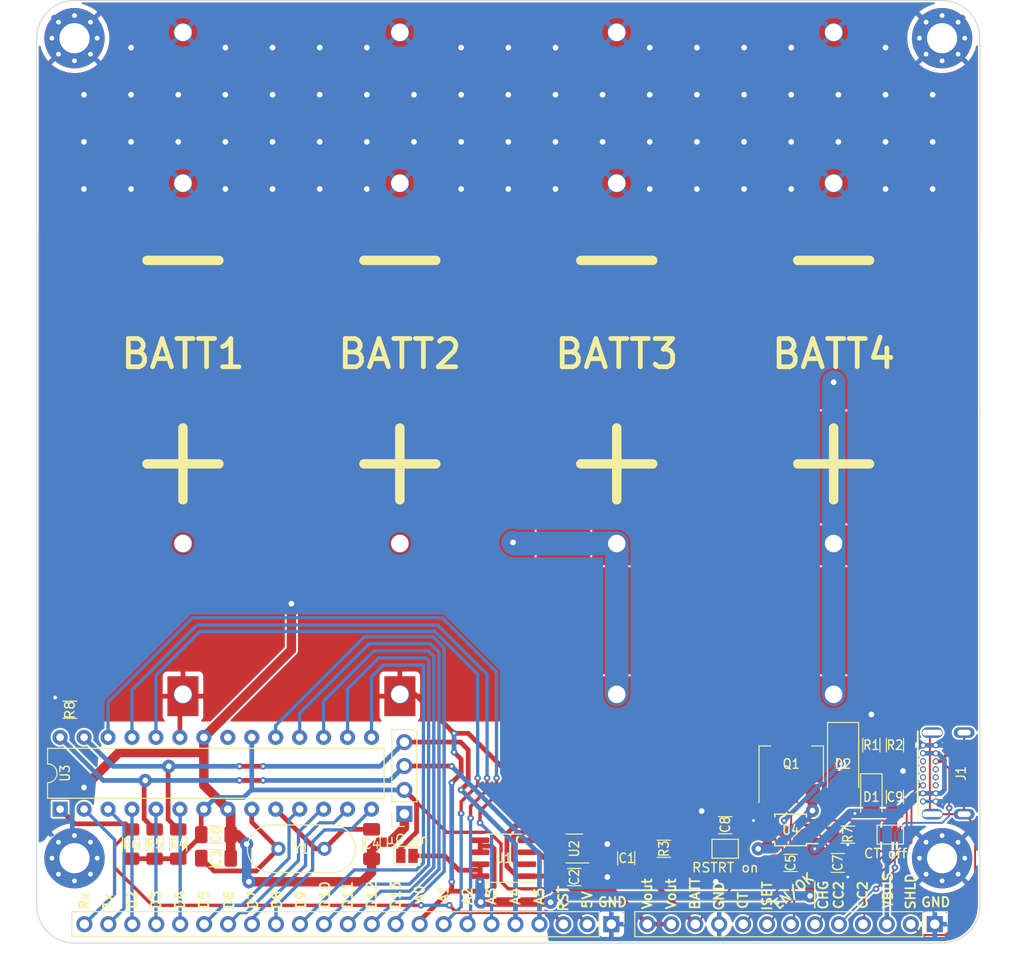
<source format=kicad_pcb>
(kicad_pcb (version 20210722) (generator pcbnew)
  (layers (0 "F.Cu" signal) (31 "B.Cu" signal) (34 "B.Paste" user) (35 "F.Paste" user) (36 "B.SilkS" user "B.Silkscreen") (37 "F.SilkS" user "F.Silkscreen") (38 "B.Mask" user) (39 "F.Mask" user) (44 "Edge.Cuts" user))
  (net 0 "")
  (net 1 "GND")
  (net 2 "~RESET")
  (net 3 "ATmega VCC")
  (net 4 "VDD")
  (net 5 "SDA")
  (net 6 "VBUS")
  (net 7 "SCL")
  (net 8 "Net-(D2-Pad2)")
  (net 15 "Net-(R3-Pad1)")
  (net 16 "CC2")
  (net 17 "CC1")
  (net 18 "ISET")
  (net 19 "A0")
  (net 20 "Net-(U1-Pad4)")
  (net 21 "Net-(C5-Pad2)")
  (net 22 "Net-(Q1-Pad3)")
  (net 23 "D9")
  (net 24 "D0{slash}RX")
  (net 25 "D10{slash}SS")
  (net 26 "D1{slash}TX")
  (net 27 "D11{slash}MOSI")
  (net 28 "D2")
  (net 29 "D12{slash}MISO")
  (net 30 "D3")
  (net 31 "D13{slash}SCK")
  (net 32 "D4")
  (net 34 "Net-(C3-Pad1)")
  (net 35 "Net-(C4-Pad1)")
  (net 36 "A1")
  (net 37 "D5")
  (net 38 "A2")
  (net 39 "D6")
  (net 40 "A3")
  (net 41 "D7")
  (net 42 "D8")
  (net 43 "EN{slash}OK")
  (net 44 "CT")
  (net 45 "Net-(JP3-Pad1)")
  (net 46 "SHIELD")
  (net 47 "~CHG")
  (footprint "Resistor_SMD:R_1206_3216Metric_Pad1.30x1.75mm_HandSolder" (layer "F.Cu") (at 166.5 140)
    (fp_text reference "R3")
    (fp_text value "470k")
  )
  (footprint "Resistor_SMD:R_1206_3216Metric_Pad1.30x1.75mm_HandSolder" (layer "F.Cu") (at 191 129 90)
    (fp_text reference "R2")
    (fp_text value "5.1k")
  )
  (footprint "Package_DIP:DIP-28_W7.62mm" (layer "F.Cu") (at 102.475 135.8 90)
    (fp_text reference "U3")
    (fp_text value "ATmega328-P")
  )
  (footprint "Jumper:SolderJumper-2_P1.3mm_Open_Pad1.0x1.5mm" (layer "F.Cu") (at 139.25 140.75)
    (fp_text reference "JP1" hide)
    (fp_text value "µC on")
  )
  (footprint "Jumper:SolderJumper-2_P1.3mm_Open_Pad1.0x1.5mm" (layer "F.Cu") (at 190.5 138.5 180)
    (fp_text reference "JP2" hide)
    (fp_text value "CT off")
  )
  (footprint "Capacitor_SMD:C_1206_3216Metric_Pad1.33x1.80mm_HandSolder" (layer "F.Cu") (at 157 143 180)
    (fp_text reference "C2")
    (fp_text value "0.1uF")
  )
  (footprint "Package_TO_SOT_SMD:SOT-223-3_TabPin2" (layer "F.Cu") (at 180 131 90)
    (fp_text reference "Q1")
    (fp_text value "NDT452AP-D")
  )
  (footprint "Li-Ion_18650_charger:Keystone_254_holder" (layer "F.Cu") (at 161.5 88.5 180)
    (fp_text reference "BATT3")
    (fp_text value "Li-Ion Cell")
  )
  (footprint "MountingHole:MountingHole_3.2mm_M3_Pad_Via" (layer "F.Cu") (at 196 54)
    (fp_text reference "H3" hide)
    (fp_text value "MountingHole_Pad")
  )
  (footprint "MountingHole:MountingHole_3.2mm_M3_Pad_Via" (layer "F.Cu") (at 104 54)
    (fp_text reference "H1" hide)
    (fp_text value "MountingHole_Pad")
  )
  (footprint "Connector_PinHeader_2.54mm:PinHeader_1x23_P2.54mm_Vertical" (layer "F.Cu") (at 160.925 148 -90)
    (fp_text reference "J4" hide)
    (fp_text value "ATmega header")
  )
  (footprint "Package_TO_SOT_SMD:TSOT-23-6_HandSoldering" (layer "F.Cu") (at 157 140 180)
    (fp_text reference "U2")
    (fp_text value "LTC4412")
  )
  (footprint "Capacitor_SMD:C_1206_3216Metric_Pad1.33x1.80mm_HandSolder" (layer "F.Cu") (at 135.5 139.5 -90)
    (fp_text reference "C4")
    (fp_text value "22pF")
  )
  (footprint "Li-Ion_18650_charger:Keystone_254_holder" (layer "F.Cu") (at 115.5 88.5 180)
    (fp_text reference "BATT1")
    (fp_text value "Li-Ion Cell")
  )
  (footprint "Capacitor_SMD:C_1206_3216Metric_Pad1.33x1.80mm_HandSolder" (layer "F.Cu") (at 119 138.5)
    (fp_text reference "C6")
    (fp_text value "10uF/16V")
  )
  (footprint "Diode_SMD:D_SMA_Handsoldering" (layer "F.Cu") (at 185.5 131 -90)
    (fp_text reference "D2")
    (fp_text value "BYS10 1.5A")
  )
  (footprint "Resistor_SMD:R_1206_3216Metric_Pad1.30x1.75mm_HandSolder" (layer "F.Cu") (at 188.5 129 90)
    (fp_text reference "R1")
    (fp_text value "5.1k")
  )
  (footprint "Resistor_SMD:R_1206_3216Metric_Pad1.30x1.75mm_HandSolder" (layer "F.Cu") (at 110 139.5 -90)
    (fp_text reference "R6")
    (fp_text value "5.1k")
  )
  (footprint "Li-Ion_18650_charger:GCT_USB4085-GF-A" (layer "F.Cu") (at 198 132 90)
    (fp_text reference "J1")
    (fp_text value "USB_C_Receptacle_USB2.0")
  )
  (footprint "Capacitor_SMD:C_1206_3216Metric_Pad1.33x1.80mm_HandSolder" (layer "F.Cu") (at 162.5 141 -90)
    (fp_text reference "C1")
    (fp_text value "0.1uF")
  )
  (footprint "Connector_PinSocket_2.54mm:PinSocket_1x04_P2.54mm_Vertical" (layer "F.Cu") (at 138.975 136.3 180)
    (fp_text reference "J2" hide)
    (fp_text value "OLED")
  )
  (footprint "Capacitor_SMD:C_1206_3216Metric_Pad1.33x1.80mm_HandSolder" (layer "F.Cu") (at 191 134.5 -90)
    (fp_text reference "C9")
    (fp_text value "xxxF")
  )
  (footprint "Resistor_SMD:R_1206_3216Metric_Pad1.30x1.75mm_HandSolder" (layer "F.Cu") (at 112.5 139.5 -90)
    (fp_text reference "R5")
    (fp_text value "5.1k")
  )
  (footprint "Li-Ion_18650_charger:MSOP-10_3x3mm_P0.5mm" (layer "F.Cu") (at 179.9375 138 180)
    (fp_text reference "U4")
    (fp_text value "MAX1898")
  )
  (footprint "Resistor_SMD:R_1206_3216Metric_Pad1.30x1.75mm_HandSolder" (layer "F.Cu") (at 103.5 125.25)
    (fp_text reference "R8")
    (fp_text value "5M")
  )
  (footprint "Capacitor_SMD:C_1206_3216Metric_Pad1.33x1.80mm_HandSolder" (layer "F.Cu") (at 173 137.5 180)
    (fp_text reference "C8")
    (fp_text value "10uF/16V")
  )
  (footprint "Li-Ion_18650_charger:Keystone_254_holder" (layer "F.Cu") (at 184.5 88.5 180)
    (fp_text reference "BATT4")
    (fp_text value "Li-Ion Cell")
  )
  (footprint "Capacitor_SMD:C_1206_3216Metric_Pad1.33x1.80mm_HandSolder" (layer "F.Cu") (at 119 141)
    (fp_text reference "C3")
    (fp_text value "22pF")
  )
  (footprint "Li-Ion_18650_charger:Keystone_254_holder" (layer "F.Cu") (at 138.5 88.5 180)
    (fp_text reference "BATT2")
    (fp_text value "Li-Ion Cell")
  )
  (footprint "Package_SO:SOIC-8_3.9x4.9mm_P1.27mm" (layer "F.Cu") (at 149.5 141 180)
    (fp_text reference "U1")
    (fp_text value "Si9933CDY-dual P chan FET")
  )
  (footprint "MountingHole:MountingHole_3.2mm_M3_Pad_Via" (layer "F.Cu") (at 104 141)
    (fp_text reference "H4" hide)
    (fp_text value "MountingHole_Pad")
  )
  (footprint "Connector_PinHeader_2.54mm:PinHeader_1x13_P2.54mm_Vertical" (layer "F.Cu") (at 195.225 148 -90)
    (fp_text reference "J3" hide)
    (fp_text value "Conn_01x13")
  )
  (footprint "LED_SMD:LED_1206_3216Metric_Pad1.42x1.75mm_HandSolder" (layer "F.Cu") (at 188.5 134.5 -90)
    (fp_text reference "D1")
    (fp_text value "LED")
  )
  (footprint "Jumper:SolderJumper-2_P1.3mm_Open_Pad1.0x1.5mm" (layer "F.Cu") (at 173 140)
    (fp_text reference "JP3" hide)
    (fp_text value "RSTRT on")
  )
  (footprint "Resistor_SMD:R_1206_3216Metric_Pad1.30x1.75mm_HandSolder" (layer "F.Cu") (at 115 139.5 -90)
    (fp_text reference "R4")
    (fp_text value "5.1k")
  )
  (footprint "Resistor_SMD:R_1206_3216Metric_Pad1.30x1.75mm_HandSolder" (layer "F.Cu") (at 186 138.5 180)
    (fp_text reference "R7")
    (fp_text value "1.4k")
  )
  (footprint "Capacitor_SMD:C_1206_3216Metric_Pad1.33x1.80mm_HandSolder" (layer "F.Cu") (at 184.9375 141.5)
    (fp_text reference "C7")
    (fp_text value "1uF")
  )
  (footprint "Capacitor_SMD:C_1206_3216Metric_Pad1.33x1.80mm_HandSolder" (layer "F.Cu") (at 179.9375 141.5 180)
    (fp_text reference "C5")
    (fp_text value "0.1uF")
  )
  (footprint "Crystal:Crystal_HC49-4H_Vertical" (layer "F.Cu") (at 130.5 140 180)
    (fp_text reference "Y1")
    (fp_text value "16MHz")
  )
  (footprint "MountingHole:MountingHole_3.2mm_M3_Pad_Via" (layer "F.Cu") (at 196 141)
    (fp_text reference "H2" hide)
    (fp_text value "MountingHole_Pad")
  )
  (gr_line (start 182.5 143.5) (end 182.5 146.25) (layer "F.SilkS") (width 0.15))
  (gr_line (start 196 50) (end 104 50) (layer "Edge.Cuts") (width 0.1))
  (gr_arc (start 104 146) (end 104 150) (angle 90) (layer "Edge.Cuts") (width 0.1))
  (gr_line (start 100 54) (end 100 146) (layer "Edge.Cuts") (width 0.1))
  (gr_arc (start 104 54) (end 100 54) (angle 90) (layer "Edge.Cuts") (width 0.1))
  (gr_line (start 104 150) (end 196 150) (layer "Edge.Cuts") (width 0.1))
  (gr_line (start 200 146) (end 200 54) (layer "Edge.Cuts") (width 0.1))
  (gr_arc (start 196 54) (end 196 50) (angle 90) (layer "Edge.Cuts") (width 0.1))
  (gr_arc (start 196 146) (end 200 146) (angle 90) (layer "Edge.Cuts") (width 0.1))
  (gr_text "Rx" (at 105.029 145.542 90) (layer "F.SilkS") (effects (font (size 1 1) (thickness 0.2))))
  (gr_text "D12" (at 135.509 144.907 90) (layer "F.SilkS") (effects (font (size 1 1) (thickness 0.2))))
  (gr_text "D4" (at 115.189 145.415 90) (layer "F.SilkS") (effects (font (size 1 1) (thickness 0.2))))
  (gr_text "GND" (at 172.339 145 90) (layer "F.SilkS") (effects (font (size 1 1) (thickness 0.2))))
  (gr_text "A3" (at 148.209 145.034 90) (layer "F.SilkS") (effects (font (size 1 1) (thickness 0.2))))
  (gr_text "Vout" (at 167.259 144.78 90) (layer "F.SilkS") (effects (font (size 1 1) (thickness 0.2))))
  (gr_text "A5" (at 153.289 145.034 90) (layer "F.SilkS") (effects (font (size 1 1) (thickness 0.2))))
  (gr_text "A1" (at 143.129 144.78 90) (layer "F.SilkS") (effects (font (size 1 1) (thickness 0.2))))
  (gr_text "BATT" (at 169.799 144.75 90) (layer "F.SilkS") (effects (font (size 1 1) (thickness 0.2))))
  (gr_text "CHG" (at 183.388 144.907 90) (layer "F.SilkS") (effects (font (size 1 1) (thickness 0.2))))
  (gr_text "D11" (at 132.969 144.907 90) (layer "F.SilkS") (effects (font (size 1 1) (thickness 0.2))))
  (gr_text "CC2" (at 185.039 144.907 90) (layer "F.SilkS") (effects (font (size 1 1) (thickness 0.2))))
  (gr_text "D10" (at 130.556 144.907 90) (layer "F.SilkS") (effects (font (size 1 1) (thickness 0.2))))
  (gr_text "D2" (at 110.109 145.415 90) (layer "F.SilkS") (effects (font (size 1 1) (thickness 0.2))))
  (gr_text "CT" (at 174.879 145.5 90) (layer "F.SilkS") (effects (font (size 1 1) (thickness 0.2))))
  (gr_text "Tx" (at 107.569 145.5 90) (layer "F.SilkS") (effects (font (size 1 1) (thickness 0.2))))
  (gr_text "EN/OK" (at 180.25 144.5 40) (layer "F.SilkS") (effects (font (size 1 1) (thickness 0.2))))
  (gr_text "A0" (at 140.589 144.78 90) (layer "F.SilkS") (effects (font (size 1 1) (thickness 0.2))))
  (gr_text "D9" (at 128.016 145.415 90) (layer "F.SilkS") (effects (font (size 1 1) (thickness 0.2))))
  (gr_text "ISET" (at 177.4444 145 90) (layer "F.SilkS") (effects (font (size 1 1) (thickness 0.2))))
  (gr_text "D6" (at 120.396 145.415 90) (layer "F.SilkS") (effects (font (size 1 1) (thickness 0.2))))
  (gr_text "D7" (at 122.936 145.415 90) (layer "F.SilkS") (effects (font (size 1 1) (thickness 0.2))))
  (gr_text "Vout" (at 164.719 144.78 90) (layer "F.SilkS") (effects (font (size 1 1) (thickness 0.2))))
  (gr_text "5V" (at 158.369 145.415 90) (layer "F.SilkS") (effects (font (size 1 1) (thickness 0.2))))
  (gr_text "D13" (at 138.049 144.907 90) (layer "F.SilkS") (effects (font (size 1 1) (thickness 0.2))))
  (gr_text "A4" (at 150.749 145.034 90) (layer "F.SilkS") (effects (font (size 1 1) (thickness 0.2))))
  (gr_text "GND" (at 195.326 145.669) (layer "F.SilkS") (effects (font (size 1 1) (thickness 0.2))))
  (gr_text "D5" (at 117.729 145.415 90) (layer "F.SilkS") (effects (font (size 1 1) (thickness 0.2))))
  (gr_text "CC2" (at 187.579 144.907 90) (layer "F.SilkS") (effects (font (size 1 1) (thickness 0.2))))
  (gr_text "VBUS" (at 190.246 144.399 90) (layer "F.SilkS") (effects (font (size 1 1) (thickness 0.2))))
  (gr_text "A2" (at 145.669 145.034 90) (layer "F.SilkS") (effects (font (size 1 1) (thickness 0.2))))
  (gr_text "GND" (at 161.036 145.669) (layer "F.SilkS") (effects (font (size 1 1) (thickness 0.2))))
  (gr_text "D8" (at 125.476 145.415 90) (layer "F.SilkS") (effects (font (size 1 1) (thickness 0.2))))
  (gr_text "D3" (at 112.649 145.415 90) (layer "F.SilkS") (effects (font (size 1 1) (thickness 0.2))))
  (gr_text "RST" (at 155.829 145.288 90) (layer "F.SilkS") (effects (font (size 1 1) (thickness 0.2))))
  (gr_text "SHLD" (at 192.659 144.526 90) (layer "F.SilkS") (effects (font (size 1 1) (thickness 0.2))))
  (segment (start 171.4375 137.5) (end 171.4375 136.9375) (width 1) (layer "F.Cu") (net 1))
  (segment (start 117.715 129.785) (end 117.715 128.18) (width 1) (layer "F.Cu") (net 1))
  (segment (start 135.5 140.04952) (end 135.5 141.0625) (width 1) (layer "F.Cu") (net 1))
  (segment (start 160.5 139.5) (end 162.4375 139.5) (width 0.5) (layer "F.Cu") (net 1))
  (segment (start 138.975 137.775) (end 137.45048 139.29952) (width 1) (layer "F.Cu") (net 1))
  (segment (start 191 130.55) (end 191 130.8995) (width 0.5) (layer "F.Cu") (net 1))
  (segment (start 117.715 133.26) (end 117.715 129.785) (width 1) (layer "F.Cu") (net 1))
  (segment (start 188.5 126.25) (end 188.5 125.75) (width 0.5) (layer "F.Cu") (net 1))
  (segment (start 160.05 139.05) (end 160.5 139.5) (width 0.35) (layer "F.Cu") (net 1))
  (segment (start 108.715 129.785) (end 117.715 129.785) (width 1) (layer "F.Cu") (net 1))
  (segment (start 191 132.9375) (end 191 132.6005) (width 0.5) (layer "F.Cu") (net 1))
  (segment (start 158.71 139.05) (end 160.05 139.05) (width 0.35) (layer "F.Cu") (net 1))
  (segment (start 158.71 140) (end 160 140) (width 0.5) (layer "F.Cu") (net 1))
  (segment (start 177.7375 137.5) (end 176.5 137.5) (width 0.2) (layer "F.Cu") (net 1))
  (segment (start 191 132.6005) (end 191.8505 131.75) (width 0.5) (layer "F.Cu") (net 1))
  (segment (start 173.65 140) (end 173.65 141.85) (width 1) (layer "F.Cu") (net 1))
  (segment (start 127 114) (end 127 118.895) (width 1) (layer "F.Cu") (net 1))
  (segment (start 176.5 137.5) (end 176 137) (width 0.2) (layer "F.Cu") (net 1))
  (segment (start 160 140) (end 160.5 139.5) (width 0.5) (layer "F.Cu") (net 1))
  (segment (start 171.4375 136.9375) (end 170.5 136) (width 1) (layer "F.Cu") (net 1))
  (segment (start 137.45048 139.29952) (end 136.25 139.29952) (width 1) (layer "F.Cu") (net 1))
  (segment (start 189.85 138.5) (end 187.55 138.5) (width 1) (layer "F.Cu") (net 1))
  (segment (start 134.5 143.5) (end 135.5 142.5) (width 1) (layer "F.Cu") (net 1))
  (segment (start 105 133.5) (end 108.715 129.785) (width 1) (layer "F.Cu") (net 1))
  (segment (start 121.25 138.5) (end 122.25 139.5) (width 1) (layer "F.Cu") (net 1))
  (segment (start 187.1005 138.5) (end 186 139.6005) (width 0.5) (layer "F.Cu") (net 1))
  (segment (start 173.65 141.85) (end 172 143.5) (width 1) (layer "F.Cu") (net 1))
  (segment (start 186.5 141.5) (end 186.5 142.5) (width 0.5) (layer "F.Cu") (net 1))
  (segment (start 187.55 138.5) (end 187.1005 138.5) (width 0.5) (layer "F.Cu") (net 1))
  (segment (start 186.5 142.5) (end 186 143) (width 0.5) (layer "F.Cu") (net 1))
  (segment (start 188.5 127.45) (end 188.5 126.25) (width 0.5) (layer "F.Cu") (net 1))
  (segment (start 135.5 142.5) (end 135.5 141.0625) (width 1) (layer "F.Cu") (net 1))
  (segment (start 120.255 135.8) (end 117.715 133.26) (width 1) (layer "F.Cu") (net 1))
  (segment (start 191 130.8995) (end 191.8505 131.75) (width 0.5) (layer "F.Cu") (net 1))
  (segment (start 136.25 139.29952) (end 135.5 140.04952) (width 1) (layer "F.Cu") (net 1))
  (segment (start 120.5625 138.5) (end 121.25 138.5) (width 1) (layer "F.Cu") (net 1))
  (segment (start 120.5625 136.1075) (end 120.255 135.8) (width 1) (layer "F.Cu") (net 1))
  (segment (start 127 118.895) (end 117.715 128.18) (width 1) (layer "F.Cu") (net 1))
  (segment (start 120.5625 141) (end 120.5625 136.1075) (width 1) (layer "F.Cu") (net 1))
  (segment (start 162.4375 139.5) (end 162.5 139.4375) (width 0.5) (layer "F.Cu") (net 1))
  (segment (start 158.5625 143) (end 160.5 143) (width 0.5) (layer "F.Cu") (net 1))
  (segment (start 101.95 125.25) (end 101.95 123.95) (width 0.25) (layer "F.Cu") (net 1))
  (segment (start 122.5 143.5) (end 134.5 143.5) (width 1) (layer "F.Cu") (net 1))
  (segment (start 138.975 136.3) (end 138.975 137.775) (width 1) (layer "F.Cu") (net 1))
  (via (at 155 60) (size 1.4) (drill 0.6) (layers "F.Cu" "B.Cu") (net 1))
  (via (at 185 60) (size 1.4) (drill 0.6) (layers "F.Cu" "B.Cu") (net 1))
  (via (at 155 70) (size 1.4) (drill 0.6) (layers "F.Cu" "B.Cu") (net 1))
  (via (at 150 65) (size 1.4) (drill 0.6) (layers "F.Cu" "B.Cu") (net 1))
  (via (at 135 70) (size 1.4) (drill 0.6) (layers "F.Cu" "B.Cu") (net 1))
  (via (at 155 65) (size 1.4) (drill 0.6) (layers "F.Cu" "B.Cu") (net 1))
  (via (at 180 55) (size 1.4) (drill 0.6) (layers "F.Cu" "B.Cu") (net 1))
  (via (at 127 114) (size 1.4) (drill 0.6) (layers "F.Cu" "B.Cu") (net 1))
  (via (at 150 55) (size 1.4) (drill 0.6) (layers "F.Cu" "B.Cu") (net 1))
  (via (at 110 60) (size 1.4) (drill 0.6) (layers "F.Cu" "B.Cu") (net 1))
  (via (at 172 143.5) (size 1.4) (drill 0.6) (layers "F.Cu" "B.Cu") (net 1))
  (via (at 110 65) (size 1.4) (drill 0.6) (layers "F.Cu" "B.Cu") (net 1))
  (via (at 180 60) (size 1.4) (drill 0.6) (layers "F.Cu" "B.Cu") (net 1))
  (via (at 160.5 139.5) (size 1.4) (drill 0.6) (layers "F.Cu" "B.Cu") (net 1))
  (via (at 190 65) (size 1.4) (drill 0.6) (layers "F.Cu" "B.Cu") (net 1))
  (via (at 105 60) (size 1.4) (drill 0.6) (layers "F.Cu" "B.Cu") (net 1))
  (via (at 135 55) (size 1.4) (drill 0.6) (layers "F.Cu" "B.Cu") (net 1))
  (via (at 175 65) (size 1.4) (drill 0.6) (layers "F.Cu" "B.Cu") (net 1))
  (via (at 120 60) (size 1.4) (drill 0.6) (layers "F.Cu" "B.Cu") (net 1))
  (via (at 115 65) (size 1.4) (drill 0.6) (layers "F.Cu" "B.Cu") (net 1))
  (via (at 160 60) (size 1.4) (drill 0.6) (layers "F.Cu" "B.Cu") (net 1))
  (via (at 140 65) (size 1.4) (drill 0.6) (layers "F.Cu" "B.Cu") (net 1))
  (via (at 145 55) (size 1.4) (drill 0.6) (layers "F.Cu" "B.Cu") (net 1))
  (via (at 185 65) (size 1.4) (drill 0.6) (layers "F.Cu" "B.Cu") (net 1))
  (via (at 105 70) (size 1.4) (drill 0.6) (layers "F.Cu" "B.Cu") (net 1))
  (via (at 195 65) (size 1.4) (drill 0.6) (layers "F.Cu" "B.Cu") (net 1))
  (via (at 145 60) (size 1.4) (drill 0.6) (layers "F.Cu" "B.Cu") (net 1))
  (via (at 130 65) (size 1.4) (drill 0.6) (layers "F.Cu" "B.Cu") (net 1))
  (via (at 105 65) (size 1.4) (drill 0.6) (layers "F.Cu" "B.Cu") (net 1))
  (via (at 105 133.5) (size 1.4) (drill 0.6) (layers "F.Cu" "B.Cu") (net 1))
  (via (at 125 70) (size 1.4) (drill 0.6) (layers "F.Cu" "B.Cu") (net 1))
  (via (at 170 65) (size 1.4) (drill 0.6) (layers "F.Cu" "B.Cu") (net 1))
  (via (at 188.5 125.75) (size 1.4) (drill 0.6) (layers "F.Cu" "B.Cu") (net 1))
  (via (at 110 70) (size 1.4) (drill 0.6) (layers "F.Cu" "B.Cu") (net 1))
  (via (at 160.5 143) (size 1.4) (drill 0.6) (layers "F.Cu" "B.Cu") (net 1))
  (via (at 165 65) (size 1.4) (drill 0.6) (layers "F.Cu" "B.Cu") (net 1))
  (via (at 150 60) (size 1.4) (drill 0.6) (layers "F.Cu" "B.Cu") (net 1))
  (via (at 120 70) (size 1.4) (drill 0.6) (layers "F.Cu" "B.Cu") (net 1))
  (via (at 165 60) (size 1.4) (drill 0.6) (layers "F.Cu" "B.Cu") (net 1))
  (via (at 122.25 139.5) (size 1.4) (drill 0.6) (layers "F.Cu" "B.Cu") (net 1))
  (via (at 145 65) (size 1.4) (drill 0.6) (layers "F.Cu" "B.Cu") (net 1))
  (via (at 125 55) (size 1.4) (drill 0.6) (layers "F.Cu" "B.Cu") (net 1))
  (via (at 125 65) (size 1.4) (drill 0.6) (layers "F.Cu" "B.Cu") (net 1))
  (via (at 160 65) (size 1.4) (drill 0.6) (layers "F.Cu" "B.Cu") (net 1))
  (via (at 170 70) (size 1.4) (drill 0.6) (layers "F.Cu" "B.Cu") (net 1))
  (via (at 175 55) (size 1.4) (drill 0.6) (layers "F.Cu" "B.Cu") (net 1))
  (via (at 190 70) (size 1.4) (drill 0.6) (layers "F.Cu" "B.Cu") (net 1))
  (via (at 101.95 123.95) (size 0.8) (drill 0.4) (layers "F.Cu" "B.Cu") (net 1))
  (via (at 191.8505 131.75) (size 1.4) (drill 0.6) (layers "F.Cu" "B.Cu") (net 1))
  (via (at 145 70) (size 1.4) (drill 0.6) (layers "F.Cu" "B.Cu") (net 1))
  (via (at 120 55) (size 1.4) (drill 0.6) (layers "F.Cu" "B.Cu") (net 1))
  (via (at 135 65) (size 1.4) (drill 0.6) (layers "F.Cu" "B.Cu") (net 1))
  (via (at 195 60) (size 1.4) (drill 0.6) (layers "F.Cu" "B.Cu") (net 1))
  (via (at 130 60) (size 1.4) (drill 0.6) (layers "F.Cu" "B.Cu") (net 1))
  (via (at 110 55) (size 1.4) (drill 0.6) (layers "F.Cu" "B.Cu") (net 1))
  (via (at 186 139.6005) (size 0.7) (drill 0.3) (layers "F.Cu" "B.Cu") (net 1))
  (via (at 155 55) (size 1.4) (drill 0.6) (layers "F.Cu" "B.Cu") (net 1))
  (via (at 186 143) (size 0.7) (drill 0.3) (layers "F.Cu" "B.Cu") (net 1))
  (via (at 170 55) (size 1.4) (drill 0.6) (layers "F.Cu" "B.Cu") (net 1))
  (via (at 135 60) (size 1.4) (drill 0.6) (layers "F.Cu" "B.Cu") (net 1))
  (via (at 115 60) (size 1.4) (drill 0.6) (layers "F.Cu" "B.Cu") (net 1))
  (via (at 170 60) (size 1.4) (drill 0.6) (layers "F.Cu" "B.Cu") (net 1))
  (via (at 180 65) (size 1.4) (drill 0.6) (layers "F.Cu" "B.Cu") (net 1))
  (via (at 190 60) (size 1.4) (drill 0.6) (layers "F.Cu" "B.Cu") (net 1))
  (via (at 165 55) (size 1.4) (drill 0.6) (layers "F.Cu" "B.Cu") (net 1))
  (via (at 170.5 136) (size 1.4) (drill 0.6) (layers "F.Cu" "B.Cu") (net 1))
  (via (at 175 60) (size 1.4) (drill 0.6) (layers "F.Cu" "B.Cu") (net 1))
  (via (at 140 60) (size 1.4) (drill 0.6) (layers "F.Cu" "B.Cu") (net 1))
  (via (at 130 70) (size 1.4) (drill 0.6) (layers "F.Cu" "B.Cu") (net 1))
  (via (at 180 70) (size 1.4) (drill 0.6) (layers "F.Cu" "B.Cu") (net 1))
  (via (at 175 70) (size 1.4) (drill 0.6) (layers "F.Cu" "B.Cu") (net 1))
  (via (at 150 70) (size 1.4) (drill 0.6) (layers "F.Cu" "B.Cu") (net 1))
  (via (at 130 55) (size 1.4) (drill 0.6) (layers "F.Cu" "B.Cu") (net 1))
  (via (at 125 60) (size 1.4) (drill 0.6) (layers "F.Cu" "B.Cu") (net 1))
  (via (at 120 65) (size 1.4) (drill 0.6) (layers "F.Cu" "B.Cu") (net 1))
  (via (at 190 55) (size 1.4) (drill 0.6) (layers "F.Cu" "B.Cu") (net 1))
  (via (at 122.5 143.5) (size 1.4) (drill 0.6) (layers "F.Cu" "B.Cu") (net 1))
  (via (at 195 70) (size 1.4) (drill 0.6) (layers "F.Cu" "B.Cu") (net 1))
  (via (at 176 137) (size 0.7) (drill 0.3) (layers "F.Cu" "B.Cu") (net 1))
  (via (at 165 70) (size 1.4) (drill 0.6) (layers "F.Cu" "B.Cu") (net 1))
  (segment (start 191.8505 131.75) (end 191.8505 130.93636) (width 0.35) (layer "B.Cu") (net 1))
  (segment (start 193.975 134.975) (end 195.325 134.975) (width 0.35) (layer "B.Cu") (net 1))
  (segment (start 197 129.75) (end 196.275 129.025) (width 0.5) (layer "B.Cu") (net 1))
  (segment (start 104 141) (end 103.765489 140.765489) (width 0.5) (layer "B.Cu") (net 1))
  (segment (start 197 134.25) (end 197 129.75) (width 0.5) (layer "B.Cu") (net 1))
  (segment (start 122.25 143.25) (end 122.5 143.5) (width 1) (layer "B.Cu") (net 1))
  (segment (start 196.275 129.025) (end 195.325 129.025) (width 0.5) (layer "B.Cu") (net 1))
  (segment (start 196.275 134.975) (end 197 134.25) (width 0.5) (layer "B.Cu") (net 1))
  (segment (start 195.325 129.025) (end 195.784619 129.025) (width 0.5) (layer "B.Cu") (net 1))
  (segment (start 193.975 129.025) (end 195.325 129.025) (width 0.5) (layer "B.Cu") (net 1))
  (segment (start 191.8505 130.93636) (end 193.76186 129.025) (width 0.35) (layer "B.Cu") (net 1))
  (segment (start 103.765489 134.734511) (end 105 133.5) (width 0.5) (layer "B.Cu") (net 1))
  (segment (start 193.76186 129.025) (end 193.941807 129.025) (width 0.35) (layer "B.Cu") (net 1))
  (segment (start 103.765489 140.765489) (end 103.765489 134.734511) (width 0.5) (layer "B.Cu") (net 1))
  (segment (start 195.325 134.975) (end 196.275 134.975) (width 0.5) (layer "B.Cu") (net 1))
  (segment (start 122.25 139.5) (end 122.25 143.25) (width 1) (layer "B.Cu") (net 1))
  (segment (start 112.25 146) (end 108.25 142) (width 0.35) (layer "F.Cu") (net 2))
  (segment (start 108.25 142) (end 108.25 139.7) (width 0.35) (layer "F.Cu") (net 2))
  (segment (start 155.845 148) (end 154.595 146.75) (width 0.35) (layer "F.Cu") (net 2))
  (segment (start 108.25 139.7) (end 110 137.95) (width 0.35) (layer "F.Cu") (net 2))
  (segment (start 104.025489 137.350489) (end 109.400489 137.350489) (width 0.5) (layer "F.Cu") (net 2))
  (segment (start 102.475 135.8) (end 104.025489 137.350489) (width 0.5) (layer "F.Cu") (net 2))
  (segment (start 109.400489 137.350489) (end 110 137.95) (width 0.5) (layer "F.Cu") (net 2))
  (segment (start 154.595 146.75) (end 144.5 146.75) (width 0.35) (layer "F.Cu") (net 2))
  (segment (start 144.5 146.75) (end 143.75 146) (width 0.35) (layer "F.Cu") (net 2))
  (segment (start 140.75 146) (end 112.25 146) (width 0.35) (layer "F.Cu") (net 2))
  (via (at 143.75 146) (size 0.7) (drill 0.3) (layers "F.Cu" "B.Cu") (net 2))
  (via (at 140.75 146) (size 0.7) (drill 0.3) (layers "F.Cu" "B.Cu") (net 2))
  (segment (start 143.75 146) (end 140.75 146) (width 0.35) (layer "B.Cu") (net 2))
  (segment (start 140.274511 138.226467) (end 140.274511 135.059511) (width 0.5) (layer "F.Cu") (net 3))
  (segment (start 138.975 133.76) (end 143.465 138.25) (width 0.35) (layer "F.Cu") (net 3))
  (segment (start 115 141.05) (end 112.5 141.05) (width 0.5) (layer "F.Cu") (net 3))
  (segment (start 138.6 140.75) (end 138.6 139.900978) (width 0.5) (layer "F.Cu") (net 3))
  (segment (start 117.4375 138.5) (end 117.4375 138.6125) (width 0.5) (layer "F.Cu") (net 3))
  (segment (start 154.635 144.25) (end 158.385 148) (width 0.35) (layer "F.Cu") (net 3))
  (segment (start 117.4375 136.0775) (end 117.715 135.8) (width 0.5) (layer "F.Cu") (net 3))
  (segment (start 143.465 138.25) (end 148 138.25) (width 0.35) (layer "F.Cu") (net 3))
  (segment (start 117.4375 138.6125) (end 115 141.05) (width 0.5) (layer "F.Cu") (net 3))
  (segment (start 148 138.25) (end 149.22644 139.47644) (width 0.35) (layer "F.Cu") (net 3))
  (segment (start 149.22644 139.47644) (end 149.22644 143.47644) (width 0.35) (layer "F.Cu") (net 3))
  (segment (start 117.4375 138.5) (end 117.4375 136.0775) (width 0.5) (layer "F.Cu") (net 3))
  (segment (start 150 144.25) (end 154.635 144.25) (width 0.35) (layer "F.Cu") (net 3))
  (segment (start 140.274511 135.059511) (end 138.975 133.76) (width 0.5) (layer "F.Cu") (net 3))
  (segment (start 138.6 139.900978) (end 140.274511 138.226467) (width 0.5) (layer "F.Cu") (net 3))
  (segment (start 112.5 141.05) (end 110 141.05) (width 0.5) (layer "F.Cu") (net 3))
  (segment (start 149.22644 143.47644) (end 150 144.25) (width 0.35) (layer "F.Cu") (net 3))
  (segment (start 122.795 133.705) (end 122.85 133.76) (width 0.5) (layer "B.Cu") (net 3))
  (segment (start 122.85 133.76) (end 138.975 133.76) (width 0.5) (layer "B.Cu") (net 3))
  (segment (start 121.949511 134.550489) (end 122.795 133.705) (width 0.5) (layer "B.Cu") (net 3))
  (segment (start 122.795 133.705) (end 122.795 128.18) (width 0.5) (layer "B.Cu") (net 3))
  (segment (start 117.715 135.8) (end 118.964511 134.550489) (width 0.5) (layer "B.Cu") (net 3))
  (segment (start 118.964511 134.550489) (end 121.949511 134.550489) (width 0.5) (layer "B.Cu") (net 3))
  (segment (start 153.205 140.365) (end 151.975 140.365) (width 0.5) (layer "F.Cu") (net 4))
  (segment (start 155.4375 141.0975) (end 155.29 140.95) (width 0.35) (layer "F.Cu") (net 4))
  (segment (start 161.09452 144.34952) (end 156.78702 144.34952) (width 0.5) (layer "F.Cu") (net 4))
  (segment (start 164.745 148) (end 167.285 148) (width 0.5) (layer "F.Cu") (net 4))
  (segment (start 155.3425 142.905) (end 155.4375 143) (width 0.5) (layer "F.Cu") (net 4))
  (segment (start 151.975 142.905) (end 155.3425 142.905) (width 0.5) (layer "F.Cu") (net 4))
  (segment (start 164.745 148) (end 161.09452 144.34952) (width 0.5) (layer "F.Cu") (net 4))
  (segment (start 149.85096 141.85096) (end 150.905 142.905) (width 0.5) (layer "F.Cu") (net 4))
  (segment (start 150.703246 137.55048) (end 149.85096 138.402766) (width 0.5) (layer "F.Cu") (net 4))
  (segment (start 150.905 142.905) (end 151.975 142.905) (width 0.5) (layer "F.Cu") (net 4))
  (segment (start 153.79 140.95) (end 153.205 140.365) (width 0.5) (layer "F.Cu") (net 4))
  (segment (start 155.4375 143) (end 155.4375 141.0975) (width 0.35) (layer "F.Cu") (net 4))
  (segment (start 149.85096 138.402766) (end 149.85096 141.85096) (width 0.5) (layer "F.Cu") (net 4))
  (segment (start 168.05 140) (end 165.60048 137.55048) (width 0.5) (layer "F.Cu") (net 4))
  (segment (start 156.78702 144.34952) (end 155.4375 143) (width 0.5) (layer "F.Cu") (net 4))
  (segment (start 155.29 140.95) (end 153.79 140.95) (width 0.5) (layer "F.Cu") (net 4))
  (segment (start 165.60048 137.55048) (end 150.703246 137.55048) (width 0.5) (layer "F.Cu") (net 4))
  (segment (start 113.925489 131.324511) (end 113.925489 136.875489) (width 0.5) (layer "F.Cu") (net 5))
  (segment (start 124 131.25) (end 121.5 131.25) (width 0.5) (layer "F.Cu") (net 5))
  (segment (start 145.75 133) (end 145 133.75) (width 0.5) (layer "F.Cu") (net 5))
  (segment (start 114 131.25) (end 113.925489 131.324511) (width 0.5) (layer "F.Cu") (net 5))
  (segment (start 145.75 129.5) (end 145.75 133) (width 0.5) (layer "F.Cu") (net 5))
  (segment (start 138.975 128.68) (end 144.93 128.68) (width 0.5) (layer "F.Cu") (net 5))
  (segment (start 113.925489 136.875489) (end 115 137.95) (width 0.5) (layer "F.Cu") (net 5))
  (segment (start 144.93 128.68) (end 145.75 129.5) (width 0.5) (layer "F.Cu") (net 5))
  (via (at 114 131.25) (size 1.4) (drill 0.6) (layers "F.Cu" "B.Cu") (net 5))
  (via (at 121.5 131.25) (size 0.7) (drill 0.3) (layers "F.Cu" "B.Cu") (net 5))
  (via (at 145 133.75) (size 0.7) (drill 0.3) (layers "F.Cu" "B.Cu") (net 5))
  (via (at 124 131.25) (size 0.7) (drill 0.3) (layers "F.Cu" "B.Cu") (net 5))
  (segment (start 108.085 131.25) (end 105.015 128.18) (width 0.5) (layer "B.Cu") (net 5))
  (segment (start 150.765 139.515) (end 150.765 148) (width 0.5) (layer "B.Cu") (net 5))
  (segment (start 145 133.75) (end 150.765 139.515) (width 0.5) (layer "B.Cu") (net 5))
  (segment (start 136.405 131.25) (end 124 131.25) (width 0.5) (layer "B.Cu") (net 5))
  (segment (start 138.975 128.68) (end 136.405 131.25) (width 0.5) (layer "B.Cu") (net 5))
  (segment (start 121.5 131.25) (end 108.085 131.25) (width 0.5) (layer "B.Cu") (net 5))
  (segment (start 147.025 142.905) (end 147.025 142.275) (width 0.5) (layer "F.Cu") (net 6))
  (segment (start 147.025 142.275) (end 147.025 141.635) (width 0.5) (layer "F.Cu") (net 6))
  (segment (start 182 140.5) (end 182.5 140) (width 1) (layer "F.Cu") (net 6))
  (segment (start 147.025 143.475) (end 147.025 142.905) (width 0.5) (layer "F.Cu") (net 6))
  (segment (start 144.775 142.275) (end 143.25 140.75) (width 0.5) (layer "F.Cu") (net 6))
  (segment (start 182 145) (end 182 140.5) (width 1) (layer "F.Cu") (net 6))
  (segment (start 147.0745 145.6495) (end 154.452959 145.6495) (width 1) (layer "F.Cu") (net 6))
  (segment (start 147 143.5) (end 147.025 143.475) (width 0.5) (layer "F.Cu") (net 6))
  (segment (start 143.25 140.75) (end 139.9 140.75) (width 0.5) (layer "F.Cu") (net 6))
  (segment (start 154.452959 145.6495) (end 154.478959 145.6755) (width 1) (layer "F.Cu") (net 6))
  (segment (start 187.0125 135.9875) (end 186.75 136.25) (width 0.5) (layer "F.Cu") (net 6))
  (segment (start 188.5 135.9875) (end 187.0125 135.9875) (width 0.5) (layer "F.Cu") (net 6))
  (segment (start 147.025 142.275) (end 144.775 142.275) (width 0.5) (layer "F.Cu") (net 6))
  (via (at 182 145) (size 1.4) (drill 0.6) (layers "F.Cu" "B.Cu") (net 6))
  (via (at 147 143.5) (size 0.7) (drill 0.3) (layers "F.Cu" "B.Cu") (net 6))
  (via (at 186.75 136.25) (size 0.7) (drill 0.3) (layers "F.Cu" "B.Cu") (net 6))
  (via (at 154.478959 145.6755) (size 1.4) (drill 0.6) (layers "F.Cu" "B.Cu") (net 6))
  (via (at 182.5 140) (size 0.7) (drill 0.3) (layers "F.Cu" "B.Cu") (net 6))
  (via (at 147.0745 145.6495) (size 1.4) (drill 0.6) (layers "F.Cu" "B.Cu") (net 6))
  (segment (start 147 143.5) (end 147 145.575) (width 1) (layer "B.Cu") (net 6))
  (segment (start 195.875 134.125) (end 196.25 133.75) (width 0.5) (layer "B.Cu") (net 6))
  (segment (start 196.25 133.75) (end 196.25 130.554675) (width 0.5) (layer "B.Cu") (net 6))
  (segment (start 193.975 134.125) (end 193.515381 134.125) (width 0.5) (layer "B.Cu") (net 6))
  (segment (start 155.154459 145) (end 182 145) (width 1) (layer "B.Cu") (net 6))
  (segment (start 191.251122 136.25) (end 193.000561 134.500561) (width 1) (layer "B.Cu") (net 6))
  (segment (start 190.145 141.145) (end 190.145 148) (width 0.5) (layer "B.Cu") (net 6))
  (segment (start 193.000561 134.500561) (end 193.000561 134.63982) (width 1) (layer "B.Cu") (net 6))
  (segment (start 154.478959 145.6755) (end 155.154459 145) (width 1) (layer "B.Cu") (net 6))
  (segment (start 195.325 134.125) (end 195.875 134.125) (width 0.5) (layer "B.Cu") (net 6))
  (segment (start 186.75 136.25) (end 191.251122 136.25) (width 1) (layer "B.Cu") (net 6))
  (segment (start 196.25 130.554675) (end 195.570325 129.875) (width 0.5) (layer "B.Cu") (net 6))
  (segment (start 190.145 137.495381) (end 190.145 141.145) (width 1) (layer "B.Cu") (net 6))
  (segment (start 193.975 129.875) (end 195.325 129.875) (width 0.5) (layer "B.Cu") (net 6))
  (segment (start 195.570325 129.875) (end 195.325 129.875) (width 0.5) (layer "B.Cu") (net 6))
  (segment (start 186.25 136.25) (end 182.5 140) (width 1) (layer "B.Cu") (net 6))
  (segment (start 186.75 136.25) (end 186.25 136.25) (width 1) (layer "B.Cu") (net 6))
  (segment (start 147 145.575) (end 147.0745 145.6495) (width 1) (layer "B.Cu") (net 6))
  (segment (start 193.975 134.125) (end 195.325 134.125) (width 0.5) (layer "B.Cu") (net 6))
  (segment (start 193.515381 134.125) (end 190.145 137.495381) (width 0.5) (layer "B.Cu") (net 6))
  (segment (start 193.000561 134.63982) (end 190.145 137.495381) (width 1) (layer "B.Cu") (net 6))
  (segment (start 111.5 132.75) (end 111.385489 132.864511) (width 0.5) (layer "F.Cu") (net 7))
  (segment (start 111.385489 132.864511) (end 111.385489 136.835489) (width 0.5) (layer "F.Cu") (net 7))
  (segment (start 124 132.75) (end 121.5 132.75) (width 0.5) (layer "F.Cu") (net 7))
  (segment (start 138.975 131.22) (end 143.97 131.22) (width 0.5) (layer "F.Cu") (net 7))
  (segment (start 143.97 131.22) (end 144 131.25) (width 0.5) (layer "F.Cu") (net 7))
  (segment (start 111.385489 136.835489) (end 112.5 137.95) (width 0.5) (layer "F.Cu") (net 7))
  (via (at 121.5 132.75) (size 0.7) (drill 0.3) (layers "F.Cu" "B.Cu") (net 7))
  (via (at 124 132.75) (size 0.7) (drill 0.3) (layers "F.Cu" "B.Cu") (net 7))
  (via (at 111.5 132.75) (size 1.4) (drill 0.6) (layers "F.Cu" "B.Cu") (net 7))
  (via (at 144 131.25) (size 0.7) (drill 0.3) (layers "F.Cu" "B.Cu") (net 7))
  (segment (start 144 131.25) (end 153.305 140.555) (width 0.5) (layer "B.Cu") (net 7))
  (segment (start 121.5 132.75) (end 107.045 132.75) (width 0.5) (layer "B.Cu") (net 7))
  (segment (start 107.045 132.75) (end 102.475 128.18) (width 0.5) (layer "B.Cu") (net 7))
  (segment (start 124 132.75) (end 137.445 132.75) (width 0.5) (layer "B.Cu") (net 7))
  (segment (start 137.445 132.75) (end 138.975 131.22) (width 0.5) (layer "B.Cu") (net 7))
  (segment (start 153.305 140.555) (end 153.305 148) (width 0.5) (layer "B.Cu") (net 7))
  (segment (start 180 127.85) (end 180 131.5) (width 1.75) (layer "F.Cu") (net 8))
  (segment (start 180 131.5) (end 180 134.15) (width 1.75) (layer "F.Cu") (net 8))
  (segment (start 180 131.5) (end 183.5 131.5) (width 1.75) (layer "F.Cu") (net 8))
  (segment (start 183.5 131.5) (end 185.5 133.5) (width 1.75) (layer "F.Cu") (net 8))
  (segment (start 164.95 140) (end 164.95 139.125) (width 0.5) (layer "F.Cu") (net 15))
  (segment (start 153.25 138.25) (end 154.05 139.05) (width 0.5) (layer "F.Cu") (net 15))
  (segment (start 150.55048 138.692516) (end 150.992996 138.25) (width 0.5) (layer "F.Cu") (net 15))
  (segment (start 151.000001 141.635) (end 150.55048 141.185479) (width 0.5) (layer "F.Cu") (net 15))
  (segment (start 156.064511 138.275489) (end 155.29 139.05) (width 0.5) (layer "F.Cu") (net 15))
  (segment (start 164.100489 138.275489) (end 156.064511 138.275489) (width 0.5) (layer "F.Cu") (net 15))
  (segment (start 164.95 139.125) (end 164.100489 138.275489) (width 0.5) (layer "F.Cu") (net 15))
  (segment (start 154.05 139.05) (end 155.29 139.05) (width 0.5) (layer "F.Cu") (net 15))
  (segment (start 150.992996 138.25) (end 153.25 138.25) (width 0.5) (layer "F.Cu") (net 15))
  (segment (start 151.975 141.635) (end 151.000001 141.635) (width 0.5) (layer "F.Cu") (net 15))
  (segment (start 150.55048 141.185479) (end 150.55048 138.692516) (width 0.5) (layer "F.Cu") (net 15))
  (segment (start 196.75 135.6755) (end 196.75 131.5) (width 0.2) (layer "F.Cu") (net 16))
  (segment (start 195.325 130.725) (end 195.775 130.725) (width 0.35) (layer "F.Cu") (net 16))
  (segment (start 196.5 127.352875) (end 195.893605 126.74648) (width 0.35) (layer "F.Cu") (net 16))
  (segment (start 195.775 130.725) (end 196.5 130) (width 0.35) (layer "F.Cu") (net 16))
  (segment (start 196.5 130) (end 196.5 127.352875) (width 0.35) (layer "F.Cu") (net 16))
  (segment (start 191.70352 126.74648) (end 191 127.45) (width 0.35) (layer "F.Cu") (net 16))
  (segment (start 191 142.25) (end 191 142) (width 0.2) (layer "F.Cu") (net 16))
  (segment (start 189 144.25) (end 191 142.25) (width 0.2) (layer "F.Cu") (net 16))
  (segment (start 195.975 130.725) (end 195.325 130.725) (width 0.2) (layer "F.Cu") (net 16))
  (segment (start 195.893605 126.74648) (end 191.70352 126.74648) (width 0.35) (layer "F.Cu") (net 16))
  (segment (start 196.75 131.5) (end 195.975 130.725) (width 0.2) (layer "F.Cu") (net 16))
  (via (at 189 144.25) (size 0.7) (drill 0.3) (layers "F.Cu" "B.Cu") (net 16))
  (via (at 196.75 135.6755) (size 0.7) (drill 0.3) (layers "F.Cu" "B.Cu") (net 16))
  (via (at 191 142) (size 0.7) (drill 0.3) (layers "F.Cu" "B.Cu") (net 16))
  (segment (start 196.02053 137.25) (end 192 137.25) (width 0.2) (layer "B.Cu") (net 16))
  (segment (start 192 137.25) (end 191 138.25) (width 0.2) (layer "B.Cu") (net 16))
  (segment (start 196.75 135.6755) (end 196.75 136.52053) (width 0.2) (layer "B.Cu") (net 16))
  (segment (start 191 138.25) (end 191 142) (width 0.2) (layer "B.Cu") (net 16))
  (segment (start 185.065 148) (end 188.815 144.25) (width 0.2) (layer "B.Cu") (net 16))
  (segment (start 196.75 136.52053) (end 196.02053 137.25) (width 0.2) (layer "B.Cu") (net 16))
  (segment (start 188.815 144.25) (end 189 144.25) (width 0.2) (layer "B.Cu") (net 16))
  (segment (start 187.605 148) (end 187.75 147.855) (width 0.2) (layer "F.Cu") (net 17))
  (segment (start 191.768861 129.297663) (end 193 130.528802) (width 0.2) (layer "F.Cu") (net 17))
  (segment (start 189.752338 129.297663) (end 191.768861 129.297663) (width 0.2) (layer "F.Cu") (net 17))
  (segment (start 193 132.545325) (end 193.729675 133.275) (width 0.2) (layer "F.Cu") (net 17))
  (segment (start 193.729675 133.275) (end 193.975 133.275) (width 0.2) (layer "F.Cu") (net 17))
  (segment (start 187.75 144.282014) (end 191.382494 140.64952) (width 0.2) (layer "F.Cu") (net 17))
  (segment (start 191.414509 140.649519) (end 192.75 139.314028) (width 0.2) (layer "F.Cu") (net 17))
  (segment (start 192.75 134.254675) (end 193.729675 133.275) (width 0.2) (layer "F.Cu") (net 17))
  (segment (start 191.382494 140.64952) (end 191.414509 140.649519) (width 0.2) (layer "F.Cu") (net 17))
  (segment (start 187.75 147.855) (end 187.75 144.282014) (width 0.2) (layer "F.Cu") (net 17))
  (segment (start 193 130.528802) (end 193 132.545325) (width 0.2) (layer "F.Cu") (net 17))
  (segment (start 192.75 139.314028) (end 192.75 134.254675) (width 0.2) (layer "F.Cu") (net 17))
  (segment (start 188.5 130.55) (end 189.752338 129.297663) (width 0.2) (layer "F.Cu") (net 17))
  (segment (start 179.89952 145.54548) (end 177.445 148) (width 0.2) (layer "F.Cu") (net 18))
  (segment (start 182.1375 137.5) (end 183.45 137.5) (width 0.2) (layer "F.Cu") (net 18))
  (segment (start 183.45 137.5) (end 184.45 138.5) (width 0.2) (layer "F.Cu") (net 18))
  (segment (start 181.123472 137.5) (end 179.89952 138.723952) (width 0.2) (layer "F.Cu") (net 18))
  (segment (start 182.1375 137.5) (end 181.123472 137.5) (width 0.2) (layer "F.Cu") (net 18))
  (segment (start 179.89952 138.723952) (end 179.89952 145.54548) (width 0.2) (layer "F.Cu") (net 18))
  (segment (start 144 143.5) (end 144 144.25) (width 0.5) (layer "F.Cu") (net 19))
  (segment (start 177.7375 138) (end 178.686522 138) (width 0.2) (layer "F.Cu") (net 19))
  (segment (start 174.5625 143.2625) (end 169.825 148) (width 0.2) (layer "F.Cu") (net 19))
  (segment (start 164.3875 142.5625) (end 169.1875 142.5625) (width 0.5) (layer "F.Cu") (net 19))
  (segment (start 148.5 144) (end 148.5 140) (width 0.5) (layer "F.Cu") (net 19))
  (segment (start 154.850961 136.850961) (end 145.75 127.75) (width 0.5) (layer "F.Cu") (net 19))
  (segment (start 185.25 131) (end 185.25 128.75) (width 0.5) (layer "F.Cu") (net 19))
  (segment (start 147.025 139.725) (end 147.025 139.095) (width 0.5) (layer "F.Cu") (net 19))
  (segment (start 175.0625 138) (end 174.5625 137.5) (width 0.2) (layer "F.Cu") (net 19))
  (segment (start 148.5 140) (end 148.225 139.725) (width 0.5) (layer "F.Cu") (net 19))
  (segment (start 148 144.5) (end 148.5 144) (width 0.5) (layer "F.Cu") (net 19))
  (segment (start 144 144.25) (end 143.5 144.75) (width 0.5) (layer "F.Cu") (net 19))
  (segment (start 185.5 128.5) (end 185.5 124.815) (width 1) (layer "F.Cu") (net 19))
  (segment (start 140.115 123.615) (end 138.5 123.615) (width 0.5) (layer "F.Cu") (net 19))
  (segment (start 143.5 144.75) (end 143.75 144.5) (width 0.5) (layer "F.Cu") (net 19))
  (segment (start 158.71 140.95) (end 160.8875 140.95) (width 0.5) (layer "F.Cu") (net 19))
  (segment (start 115.175 128.18) (end 115.175 124.14) (width 0.5) (layer "F.Cu") (net 19))
  (segment (start 169.75 137.25) (end 169.350961 136.850961) (width 0.5) (layer "F.Cu") (net 19))
  (segment (start 177.7375 138) (end 175.0625 138) (width 0.2) (layer "F.Cu") (net 19))
  (segment (start 174.5625 137.5) (end 174.5625 143.2625) (width 0.2) (layer "F.Cu") (net 19))
  (segment (start 185.5 124.815) (end 184.5 123.815) (width 1) (layer "F.Cu") (net 19))
  (segment (start 145 130.5) (end 144.25 129.75) (width 0.5) (layer "F.Cu") (net 19))
  (segment (start 162.5 142.5625) (end 164.3875 142.5625) (width 0.5) (layer "F.Cu") (net 19))
  (segment (start 178.686522 138) (end 179.25 137.436522) (width 0.2) (layer "F.Cu") (net 19))
  (segment (start 140.605 147.645) (end 143.5 144.75) (width 0.5) (layer "F.Cu") (net 19))
  (segment (start 169.75 142) (end 169.75 137.25) (width 0.5) (layer "F.Cu") (net 19))
  (segment (start 147.025 140.365) (end 147.025 139.725) (width 0.5) (layer "F.Cu") (net 19))
  (segment (start 144.25 127.75) (end 140.115 123.615) (width 0.5) (layer "F.Cu") (net 19))
  (segment (start 185.25 128.75) (end 185.5 128.5) (width 0.5) (layer "F.Cu") (net 19))
  (segment (start 144 133) (end 145 132) (width 0.5) (layer "F.Cu") (net 19))
  (segment (start 143.75 144.5) (end 148 144.5) (width 0.5) (layer "F.Cu") (net 19))
  (segment (start 115.175 124.14) (end 115.5 123.815) (width 0.5) (layer "F.Cu") (net 19))
  (segment (start 169.1875 142.5625) (end 169.75 142) (width 0.5) (layer "F.Cu") (net 19))
  (segment (start 140.605 148) (end 140.605 147.645) (width 0.5) (layer "F.Cu") (net 19))
  (segment (start 160.8875 140.95) (end 162.5 142.5625) (width 0.5) (layer "F.Cu") (net 19))
  (segment (start 148.225 139.725) (end 147.025 139.725) (width 0.5) (layer "F.Cu") (net 19))
  (segment (start 145 132) (end 145 130.5) (width 0.5) (layer "F.Cu") (net 19))
  (segment (start 164.3875 142.5625) (end 169.825 148) (width 0.5) (layer "F.Cu") (net 19))
  (segment (start 179.25 137.436522) (end 179.25 137) (width 0.2) (layer "F.Cu") (net 19))
  (segment (start 145.75 127.75) (end 144.25 127.75) (width 0.5) (layer "F.Cu") (net 19))
  (segment (start 169.350961 136.850961) (end 154.850961 136.850961) (width 0.5) (layer "F.Cu") (net 19))
  (via (at 179.25 137) (size 0.7) (drill 0.3) (layers "F.Cu" "B.Cu") (net 19))
  (via (at 144 143.5) (size 0.7) (drill 0.3) (layers "F.Cu" "B.Cu") (net 19))
  (via (at 150.5 107.5) (size 1.4) (drill 0.6) (layers "F.Cu" "B.Cu") (net 19))
  (via (at 184.5 90.5) (size 1.4) (drill 0.6) (layers "F.Cu" "B.Cu") (net 19))
  (via (at 144 133) (size 0.7) (drill 0.3) (layers "F.Cu" "B.Cu") (net 19))
  (via (at 185.25 131) (size 0.7) (drill 0.3) (layers "F.Cu" "B.Cu") (net 19))
  (via (at 144.25 129.75) (size 0.7) (drill 0.3) (layers "F.Cu" "B.Cu") (net 19))
  (via (at 144.25 127.75) (size 0.7) (drill 0.3) (layers "F.Cu" "B.Cu") (net 19))
  (segment (start 150.615 107.615) (end 150.5 107.5) (width 2.5) (layer "B.Cu") (net 19))
  (segment (start 184.5 107.615) (end 184.5 90.5) (width 2.5) (layer "B.Cu") (net 19))
  (segment (start 161.5 107.615) (end 150.615 107.615) (width 2.5) (layer "B.Cu") (net 19))
  (segment (start 144.25 129.75) (end 144.25 127.75) (width 0.5) (layer "B.Cu") (net 19))
  (segment (start 184.5 123.615) (end 184.5 107.615) (width 2.5) (layer "B.Cu") (net 19))
  (segment (start 144 143.5) (end 144 133) (width 0.5) (layer "B.Cu") (net 19))
  (segment (start 179.25 137) (end 185.25 131) (width 0.5) (layer "B.Cu") (net 19))
  (segment (start 161.5 123.615) (end 161.5 107.615) (width 2.5) (layer "B.Cu") (net 19))
  (segment (start 155.29 140) (end 153.82927 140) (width 0.5) (layer "F.Cu") (net 20))
  (segment (start 152.92427 139.095) (end 151.975 139.095) (width 0.5) (layer "F.Cu") (net 20))
  (segment (start 153.82927 140) (end 152.92427 139.095) (width 0.5) (layer "F.Cu") (net 20))
  (segment (start 177.7 134.15) (end 180 136.45) (width 0.2) (layer "F.Cu") (net 21))
  (segment (start 180 137.387394) (end 179.10048 138.286914) (width 0.2) (layer "F.Cu") (net 21))
  (segment (start 178.887394 138.5) (end 179.10048 138.286914) (width 0.2) (layer "F.Cu") (net 21))
  (segment (start 179.10048 138.60048) (end 179.10048 140.77452) (width 0.2) (layer "F.Cu") (net 21))
  (segment (start 179 138.5) (end 179.10048 138.60048) (width 0.2) (layer "F.Cu") (net 21))
  (segment (start 179.10048 138.286914) (end 179.10048 138.60048) (width 0.2) (layer "F.Cu") (net 21))
  (segment (start 179.10048 140.77452) (end 178.375 141.5) (width 0.2) (layer "F.Cu") (net 21))
  (segment (start 177.7375 138.5) (end 178.887394 138.5) (width 0.2) (layer "F.Cu") (net 21))
  (segment (start 180 136.45) (end 180 137.387394) (width 0.2) (layer "F.Cu") (net 21))
  (segment (start 178.887394 138.5) (end 179 138.5) (width 0.2) (layer "F.Cu") (net 21))
  (segment (start 177.7375 139) (end 177.7375 139.2625) (width 0.2) (layer "F.Cu") (net 22))
  (segment (start 177.5 139.5) (end 177 140) (width 1) (layer "F.Cu") (net 22))
  (segment (start 182.25 135.950498) (end 182.25 134.2) (width 1) (layer "F.Cu") (net 22))
  (segment (start 177 140) (end 176.5 140) (width 1) (layer "F.Cu") (net 22))
  (segment (start 177.7375 139.2625) (end 177.5 139.5) (width 0.2) (layer "F.Cu") (net 22))
  (segment (start 182.25 134.2) (end 182.3 134.15) (width 1) (layer "F.Cu") (net 22))
  (via (at 176.5 140) (size 1.4) (drill 0.6) (layers "F.Cu" "B.Cu") (net 22))
  (via (at 182.25 135.950498) (size 1.4) (drill 0.6) (layers "F.Cu" "B.Cu") (net 22))
  (segment (start 178.200498 140) (end 182.25 135.950498) (width 1) (layer "B.Cu") (net 22))
  (segment (start 176.5 140) (end 178.200498 140) (width 1) (layer "B.Cu") (net 22))
  (segment (start 141 141.5) (end 140.25 142.25) (width 0.35) (layer "B.Cu") (net 23))
  (segment (start 135.495 128.18) (end 135.495 121.755) (width 0.35) (layer "B.Cu") (net 23))
  (segment (start 136.75 120.5) (end 141 120.5) (width 0.35) (layer "B.Cu") (net 23))
  (segment (start 133.655 142.25) (end 127.905 148) (width 0.35) (layer "B.Cu") (net 23))
  (segment (start 135.495 121.755) (end 136.75 120.5) (width 0.35) (layer "B.Cu") (net 23))
  (segment (start 140.25 142.25) (end 133.655 142.25) (width 0.35) (layer "B.Cu") (net 23))
  (segment (start 141 120.5) (end 141 141.5) (width 0.35) (layer "B.Cu") (net 23))
  (segment (start 108.25 144.795) (end 105.045 148) (width 0.35) (layer "B.Cu") (net 24))
  (segment (start 105.015 135.8) (end 108.25 139.035) (width 0.35) (layer "B.Cu") (net 24))
  (segment (start 108.25 139.035) (end 108.25 144.795) (width 0.35) (layer "B.Cu") (net 24))
  (segment (start 132.955 128.18) (end 132.955 123.045) (width 0.35) (layer "B.Cu") (net 25))
  (segment (start 136.25 119.75) (end 141.25 119.75) (width 0.35) (layer "B.Cu") (net 25))
  (segment (start 141.25 119.75) (end 141.549519 120.049519) (width 0.35) (layer "B.Cu") (net 25))
  (segment (start 141.549519 120.049519) (end 141.549519 141.727619) (width 0.35) (layer "B.Cu") (net 25))
  (segment (start 134.695 143.75) (end 130.445 148) (width 0.35) (layer "B.Cu") (net 25))
  (segment (start 139.527138 143.75) (end 134.695 143.75) (width 0.35) (layer "B.Cu") (net 25))
  (segment (start 141.549519 141.727619) (end 139.527138 143.75) (width 0.35) (layer "B.Cu") (net 25))
  (segment (start 132.955 123.045) (end 136.25 119.75) (width 0.35) (layer "B.Cu") (net 25))
  (segment (start 109.25 137.495) (end 109.25 146.335) (width 0.35) (layer "B.Cu") (net 26))
  (segment (start 109.25 146.335) (end 107.585 148) (width 0.35) (layer "B.Cu") (net 26))
  (segment (start 107.555 135.8) (end 109.25 137.495) (width 0.35) (layer "B.Cu") (net 26))
  (segment (start 139.554276 144.5) (end 142.099039 141.955237) (width 0.35) (layer "B.Cu") (net 27))
  (segment (start 135.75 119) (end 130.415 124.335) (width 0.35) (layer "B.Cu") (net 27))
  (segment (start 130.415 124.335) (end 130.415 128.18) (width 0.35) (layer "B.Cu") (net 27))
  (segment (start 141.5 119) (end 135.75 119) (width 0.35) (layer "B.Cu") (net 27))
  (segment (start 132.985 148) (end 136.485 144.5) (width 0.35) (layer "B.Cu") (net 27))
  (segment (start 136.485 144.5) (end 139.554276 144.5) (width 0.35) (layer "B.Cu") (net 27))
  (segment (start 142.099039 119.599039) (end 141.5 119) (width 0.35) (layer "B.Cu") (net 27))
  (segment (start 142.099039 141.955237) (end 142.099039 119.599039) (width 0.35) (layer "B.Cu") (net 27))
  (segment (start 110.095 147.97) (end 110.125 148) (width 0.35) (layer "B.Cu") (net 28))
  (segment (start 110.095 135.8) (end 110.095 147.97) (width 0.35) (layer "B.Cu") (net 28))
  (segment (start 127.875 128.18) (end 127.875 125.625) (width 0.35) (layer "B.Cu") (net 29))
  (segment (start 139.581414 145.25) (end 138.275 145.25) (width 0.35) (layer "B.Cu") (net 29))
  (segment (start 135.25 118.25) (end 141.75 118.25) (width 0.35) (layer "B.Cu") (net 29))
  (segment (start 127.875 125.625) (end 135.25 118.25) (width 0.35) (layer "B.Cu") (net 29))
  (segment (start 142.648558 119.148558) (end 142.648558 142.182856) (width 0.35) (layer "B.Cu") (net 29))
  (segment (start 141.75 118.25) (end 142.648558 119.148558) (width 0.35) (layer "B.Cu") (net 29))
  (segment (start 142.648558 142.182856) (end 139.581414 145.25) (width 0.35) (layer "B.Cu") (net 29))
  (segment (start 138.275 145.25) (end 135.525 148) (width 0.35) (layer "B.Cu") (net 29))
  (segment (start 112.635 135.8) (end 112.635 147.97) (width 0.35) (layer "B.Cu") (net 30))
  (segment (start 112.635 147.97) (end 112.665 148) (width 0.35) (layer "B.Cu") (net 30))
  (segment (start 134.75 117.5) (end 125.335 126.915) (width 0.35) (layer "B.Cu") (net 31))
  (segment (start 143.198078 118.698078) (end 142 117.5) (width 0.35) (layer "B.Cu") (net 31))
  (segment (start 125.335 126.915) (end 125.335 128.18) (width 0.35) (layer "B.Cu") (net 31))
  (segment (start 143.198078 142.410474) (end 143.198078 118.698078) (width 0.35) (layer "B.Cu") (net 31))
  (segment (start 142 117.5) (end 134.75 117.5) (width 0.35) (layer "B.Cu") (net 31))
  (segment (start 138.065 147.543552) (end 143.198078 142.410474) (width 0.35) (layer "B.Cu") (net 31))
  (segment (start 138.065 148) (end 138.065 147.543552) (width 0.35) (layer "B.Cu") (net 31))
  (segment (start 115.205 148) (end 115.205 135.83) (width 0.35) (layer "B.Cu") (net 32))
  (segment (start 115.205 135.83) (end 115.175 135.8) (width 0.35) (layer "B.Cu") (net 32))
  (segment (start 118.78702 142.34952) (end 117.4375 141) (width 0.5) (layer "F.Cu") (net 34))
  (segment (start 125.62 140) (end 122.795 137.175) (width 0.5) (layer "F.Cu") (net 34))
  (segment (start 125.62 140) (end 123.27048 142.34952) (width 0.5) (layer "F.Cu") (net 34))
  (segment (start 122.795 137.175) (end 122.795 135.8) (width 0.5) (layer "F.Cu") (net 34))
  (segment (start 123.27048 142.34952) (end 118.78702 142.34952) (width 0.5) (layer "F.Cu") (net 34))
  (segment (start 125.335 135.8) (end 129.535 140) (width 0.5) (layer "F.Cu") (net 35))
  (segment (start 132.5625 137.9375) (end 135.5 137.9375) (width 0.5) (layer "F.Cu") (net 35))
  (segment (start 129.535 140) (end 130.5 140) (width 0.5) (layer "F.Cu") (net 35))
  (segment (start 130.5 140) (end 132.5625 137.9375) (width 0.5) (layer "F.Cu") (net 35))
  (segment (start 145 135) (end 145.25 134.75) (width 0.35) (layer "F.Cu") (net 36))
  (segment (start 145 136.25) (end 145 135) (width 0.35) (layer "F.Cu") (net 36))
  (segment (start 145.25 134.75) (end 146.75 133.25) (width 0.35) (layer "F.Cu") (net 36))
  (segment (start 146.75 133.25) (end 146.75 132.5) (width 0.35) (layer "F.Cu") (net 36))
  (via (at 146.75 132.5) (size 0.7) (drill 0.3) (layers "F.Cu" "B.Cu") (net 36))
  (via (at 145 136.25) (size 0.7) (drill 0.3) (layers "F.Cu" "B.Cu") (net 36))
  (segment (start 146.75 121.472862) (end 142.227618 116.95048) (width 0.35) (layer "B.Cu") (net 36))
  (segment (start 112.635 121.615) (end 112.635 128.18) (width 0.35) (layer "B.Cu") (net 36))
  (segment (start 142.227618 116.95048) (end 117.29952 116.95048) (width 0.35) (layer "B.Cu") (net 36))
  (segment (start 146.75 132.5) (end 146.75 121.472862) (width 0.35) (layer "B.Cu") (net 36))
  (segment (start 145 146.145) (end 143.145 148) (width 0.35) (layer "B.Cu") (net 36))
  (segment (start 117.29952 116.95048) (end 112.635 121.615) (width 0.35) (layer "B.Cu") (net 36))
  (segment (start 145 136.25) (end 145 146.145) (width 0.35) (layer "B.Cu") (net 36))
  (segment (start 126.75 136.925) (end 126.75 141) (width 0.35) (layer "B.Cu") (net 37))
  (segment (start 121.75 146) (end 119.745 146) (width 0.35) (layer "B.Cu") (net 37))
  (segment (start 127.875 135.8) (end 126.75 136.925) (width 0.35) (layer "B.Cu") (net 37))
  (segment (start 119.745 146) (end 117.745 148) (width 0.35) (layer "B.Cu") (net 37))
  (segment (start 126.75 141) (end 121.75 146) (width 0.35) (layer "B.Cu") (net 37))
  (segment (start 147.75 133.75) (end 147.75 132.5) (width 0.35) (layer "F.Cu") (net 38))
  (segment (start 146 135.5) (end 147 134.5) (width 0.35) (layer "F.Cu") (net 38))
  (segment (start 147 134.5) (end 147.75 133.75) (width 0.35) (layer "F.Cu") (net 38))
  (segment (start 146 136.75) (end 146 135.5) (width 0.35) (layer "F.Cu") (net 38))
  (via (at 147.75 132.5) (size 0.7) (drill 0.3) (layers "F.Cu" "B.Cu") (net 38))
  (via (at 146 136.75) (size 0.7) (drill 0.3) (layers "F.Cu" "B.Cu") (net 38))
  (segment (start 110.095 123.155) (end 110.095 128.18) (width 0.35) (layer "B.Cu") (net 38))
  (segment (start 142.5 116.25) (end 117 116.25) (width 0.35) (layer "B.Cu") (net 38))
  (segment (start 145.685 148) (end 145.75 148) (width 0.35) (layer "B.Cu") (net 38))
  (segment (start 117 116.25) (end 110.095 123.155) (width 0.35) (layer "B.Cu") (net 38))
  (segment (start 147.75 121.5) (end 142.5 116.25) (width 0.35) (layer "B.Cu") (net 38))
  (segment (start 145.75 148) (end 146 147.75) (width 0.35) (layer "B.Cu") (net 38))
  (segment (start 146 147.75) (end 146 136.75) (width 0.35) (layer "B.Cu") (net 38))
  (segment (start 147.75 132.5) (end 147.75 121.5) (width 0.35) (layer "B.Cu") (net 38))
  (segment (start 121.509511 146.775489) (end 120.285 148) (width 0.35) (layer "B.Cu") (net 39))
  (segment (start 127.75 138.25) (end 127.75 141.25) (width 0.35) (layer "B.Cu") (net 39))
  (segment (start 127.75 141.25) (end 122.224511 146.775489) (width 0.35) (layer "B.Cu") (net 39))
  (segment (start 130.415 135.8) (end 130.2 135.8) (width 0.35) (layer "B.Cu") (net 39))
  (segment (start 122.224511 146.775489) (end 121.509511 146.775489) (width 0.35) (layer "B.Cu") (net 39))
  (segment (start 130.2 135.8) (end 127.75 138.25) (width 0.35) (layer "B.Cu") (net 39))
  (segment (start 147 137.25) (end 147 136) (width 0.35) (layer "F.Cu") (net 40))
  (segment (start 147 136) (end 148.75 134.25) (width 0.35) (layer "F.Cu") (net 40))
  (segment (start 148.75 134.25) (end 148.75 132.5) (width 0.35) (layer "F.Cu") (net 40))
  (via (at 147 137.25) (size 0.7) (drill 0.3) (layers "F.Cu" "B.Cu") (net 40))
  (via (at 148.75 132.5) (size 0.7) (drill 0.3) (layers "F.Cu" "B.Cu") (net 40))
  (segment (start 107.555 128.18) (end 107.555 124.445) (width 0.35) (layer "B.Cu") (net 40))
  (segment (start 148.225 138.475) (end 147 137.25) (width 0.35) (layer "B.Cu") (net 40))
  (segment (start 107.555 124.445) (end 116.5 115.5) (width 0.35) (layer "B.Cu") (net 40))
  (segment (start 148.75 121.25) (end 148.75 132.5) (width 0.35) (layer "B.Cu") (net 40))
  (segment (start 143 115.5) (end 148.75 121.25) (width 0.35) (layer "B.Cu") (net 40))
  (segment (start 148.225 148) (end 148.225 138.475) (width 0.35) (layer "B.Cu") (net 40))
  (segment (start 116.5 115.5) (end 143 115.5) (width 0.35) (layer "B.Cu") (net 40))
  (segment (start 130 137.25) (end 128.5 138.75) (width 0.35) (layer "B.Cu") (net 41))
  (segment (start 128.5 138.75) (end 128.5 141.75) (width 0.35) (layer "B.Cu") (net 41))
  (segment (start 128.5 141.75) (end 122.825 147.425) (width 0.35) (layer "B.Cu") (net 41))
  (segment (start 131.505 137.25) (end 130 137.25) (width 0.35) (layer "B.Cu") (net 41))
  (segment (start 132.955 135.8) (end 131.505 137.25) (width 0.35) (layer "B.Cu") (net 41))
  (segment (start 122.825 147.425) (end 122.825 148) (width 0.35) (layer "B.Cu") (net 41))
  (segment (start 129.25 142.25) (end 125.365 146.135) (width 0.35) (layer "B.Cu") (net 42))
  (segment (start 129.25 139.25) (end 129.25 142.25) (width 0.35) (layer "B.Cu") (net 42))
  (segment (start 130.5 138) (end 129.25 139.25) (width 0.35) (layer "B.Cu") (net 42))
  (segment (start 135.495 135.8) (end 133.295 138) (width 0.35) (layer "B.Cu") (net 42))
  (segment (start 125.365 146.135) (end 125.365 148) (width 0.35) (layer "B.Cu") (net 42))
  (segment (start 133.295 138) (end 130.5 138) (width 0.35) (layer "B.Cu") (net 42))
  (segment (start 180.29904 147.68596) (end 179.985 148) (width 0.2) (layer "F.Cu") (net 43))
  (segment (start 182.1375 138) (end 181.188478 138) (width 0.2) (layer "F.Cu") (net 43))
  (segment (start 181.188478 138) (end 180.29904 138.889438) (width 0.2) (layer "F.Cu") (net 43))
  (segment (start 180.29904 138.889438) (end 180.29904 147.68596) (width 0.2) (layer "F.Cu") (net 43))
  (segment (start 191 138.35) (end 191.15 138.5) (width 0.5) (layer "F.Cu") (net 44))
  (segment (start 190.0625 137) (end 191 136.0625) (width 0.2) (layer "F.Cu") (net 44))
  (segment (start 179.5 138.4524) (end 179.5 143.405) (width 0.2) (layer "F.Cu") (net 44))
  (segment (start 180.9524 137) (end 179.5 138.4524) (width 0.2) (layer "F.Cu") (net 44))
  (segment (start 191 136.0625) (end 191 138.35) (width 0.5) (layer "F.Cu") (net 44))
  (segment (start 182.1375 137) (end 180.9524 137) (width 0.2) (layer "F.Cu") (net 44))
  (segment (start 179.5 143.405) (end 174.905 148) (width 0.2) (layer "F.Cu") (net 44))
  (segment (start 182.1375 137) (end 190.0625 137) (width 0.2) (layer "F.Cu") (net 44))
  (segment (start 173.5 135.5) (end 172.5 136.5) (width 0.2) (layer "F.Cu") (net 45))
  (segment (start 176.5 135.5) (end 173.5 135.5) (width 0.2) (layer "F.Cu") (net 45))
  (segment (start 177.7375 136.7375) (end 176.5 135.5) (width 0.2) (layer "F.Cu") (net 45))
  (segment (start 172.35 139.15) (end 172.35 140) (width 0.2) (layer "F.Cu") (net 45))
  (segment (start 172.5 136.5) (end 172.5 139) (width 0.2) (layer "F.Cu") (net 45))
  (segment (start 177.7375 137) (end 177.7375 136.7375) (width 0.2) (layer "F.Cu") (net 45))
  (segment (start 172.5 139) (end 172.35 139.15) (width 0.2) (layer "F.Cu") (net 45))
  (segment (start 199.5 137.49) (end 198.335 136.325) (width 0.2) (layer "F.Cu") (net 46))
  (segment (start 192.685 148) (end 193.834511 149.149511) (width 0.2) (layer "F.Cu") (net 46))
  (segment (start 198.335 127.675) (end 198.335 136.325) (width 0.2) (layer "F.Cu") (net 46))
  (segment (start 199.5 146) (end 199.5 137.49) (width 0.2) (layer "F.Cu") (net 46))
  (segment (start 194.700489 127.929511) (end 194.700489 136.070489) (width 0.2) (layer "F.Cu") (net 46))
  (segment (start 194.955 127.675) (end 194.700489 127.929511) (width 0.2) (layer "F.Cu") (net 46))
  (segment (start 194.700489 136.070489) (end 194.955 136.325) (width 0.2) (layer "F.Cu") (net 46))
  (segment (start 196.350489 149.149511) (end 199.5 146) (width 0.2) (layer "F.Cu") (net 46))
  (segment (start 194.955 136.325) (end 198.335 136.325) (width 0.2) (layer "F.Cu") (net 46))
  (segment (start 193.834511 149.149511) (end 196.350489 149.149511) (width 0.2) (layer "F.Cu") (net 46))
  (segment (start 189 134.5) (end 188.5 134) (width 0.2) (layer "F.Cu") (net 47))
  (segment (start 182.1375 138.5) (end 183 138.5) (width 0.2) (layer "F.Cu") (net 47))
  (segment (start 183.25 138.75) (end 183.25 139.109064) (width 0.2) (layer "F.Cu") (net 47))
  (segment (start 191.249022 140.25) (end 192.25 139.249022) (width 0.2) (layer "F.Cu") (net 47))
  (segment (start 183 138.5) (end 183.25 138.75) (width 0.2) (layer "F.Cu") (net 47))
  (segment (start 192.25 135) (end 191.75 134.5) (width 0.2) (layer "F.Cu") (net 47))
  (segment (start 188.5 134) (end 188.5 133.0125) (width 0.2) (layer "F.Cu") (net 47))
  (segment (start 183.25 139.109064) (end 184.390936 140.25) (width 0.2) (layer "F.Cu") (net 47))
  (segment (start 192.25 139.249022) (end 192.25 135) (width 0.2) (layer "F.Cu") (net 47))
  (segment (start 191.75 134.5) (end 189 134.5) (width 0.2) (layer "F.Cu") (net 47))
  (segment (start 184.390936 140.25) (end 191.249022 140.25) (width 0.2) (layer "F.Cu") (net 47))
  (segment (start 190.275 140.25) (end 182.525 148) (width 0.2) (layer "F.Cu") (net 47))
  (zone (net 6) (net_name "VBUS") (layer "F.Cu") (connect_pads thru_hole_only (clearance 0)) (min_thickness 0.2) (fill yes (thermal_gap 0.3) (thermal_bridge_width 0.3))
    (polygon (pts (xy 184.25 142.5) (xy 180.5 142.5) (xy 180.5 138.75) (xy 184.25 138.75)))
  )
  (zone (net 0) (net_name "") (layer "F.Cu") (connect_pads thru_hole_only (clearance 0)) (min_thickness 0.3)
    (keepout (tracks allowed) (vias allowed) (pads allowed) (copperpour not_allowed) (footprints allowed))
    (fill (thermal_gap 0.5) (thermal_bridge_width 0.5))
    (polygon (pts (xy 194 135.5) (xy 186.5 135.5) (xy 186.5 134) (xy 187.5 134) (xy 187.5 126.5) (xy 194 126.5)))
  )
  (zone (net 1) (net_name "GND") (layer "F.Cu") (connect_pads (clearance 0.3)) (min_thickness 0.3) (fill yes (thermal_gap 0.5) (thermal_bridge_width 0.5))
    (polygon (pts (xy 200 74.5) (xy 100 74.5) (xy 100 50) (xy 200 50)))
  )
  (zone (net 8) (net_name "Net-(D2-Pad2)") (layer "F.Cu") (priority 2) (connect_pads (clearance 0)) (min_thickness 0.3) (fill yes (thermal_gap 0.5) (thermal_bridge_width 0.5))
    (polygon (pts (xy 199.999856 135.034692) (xy 153 135) (xy 153 93.5) (xy 200.179396 93.633241)))
  )
  (zone (net 19) (net_name "A0") (layer "F.Cu") (priority 1) (connect_pads (clearance 0.2)) (min_thickness 0.2) (fill yes (thermal_gap 0.5) (thermal_bridge_width 0.5))
    (polygon (pts (xy 200 126.5) (xy 100 126.5) (xy 100 74.5) (xy 200 74.5)))
  )
  (zone (net 0) (net_name "") (layer "B.Cu") (connect_pads (clearance 0)) (min_thickness 0.3)
    (keepout (tracks allowed) (vias allowed) (pads allowed) (copperpour not_allowed) (footprints allowed))
    (fill (thermal_gap 0.5) (thermal_bridge_width 0.5))
    (polygon (pts (xy 138 126) (xy 153 140.5) (xy 154.5 151.5) (xy 100 153) (xy 96.6 145.8) (xy 96.1 144.3) (xy 98 140.5) (xy 104 137.5) (xy 104 136) (xy 106 136) (xy 106.5 130.5) (xy 108 124) (xy 116.5 116.5) (xy 134 116.5)))
  )
  (zone (net 0) (net_name "") (layer "B.Cu") (connect_pads (clearance 0)) (min_thickness 0.3)
    (keepout (tracks allowed) (vias allowed) (pads allowed) (copperpour not_allowed) (footprints allowed))
    (fill (thermal_gap 0.5) (thermal_bridge_width 0.5))
    (polygon (pts (xy 194 135.5) (xy 193.75 137) (xy 191.75 137) (xy 191.5 136.75) (xy 193.5 134.75) (xy 194 134.75)))
  )
  (zone (net 1) (net_name "GND") (layer "B.Cu") (connect_pads (clearance 0.2)) (min_thickness 0.2) (fill yes (thermal_gap 0.5) (thermal_bridge_width 0.5))
    (polygon (pts (xy 200 150) (xy 100 150) (xy 100 50) (xy 200 50)))
  )
)
</source>
